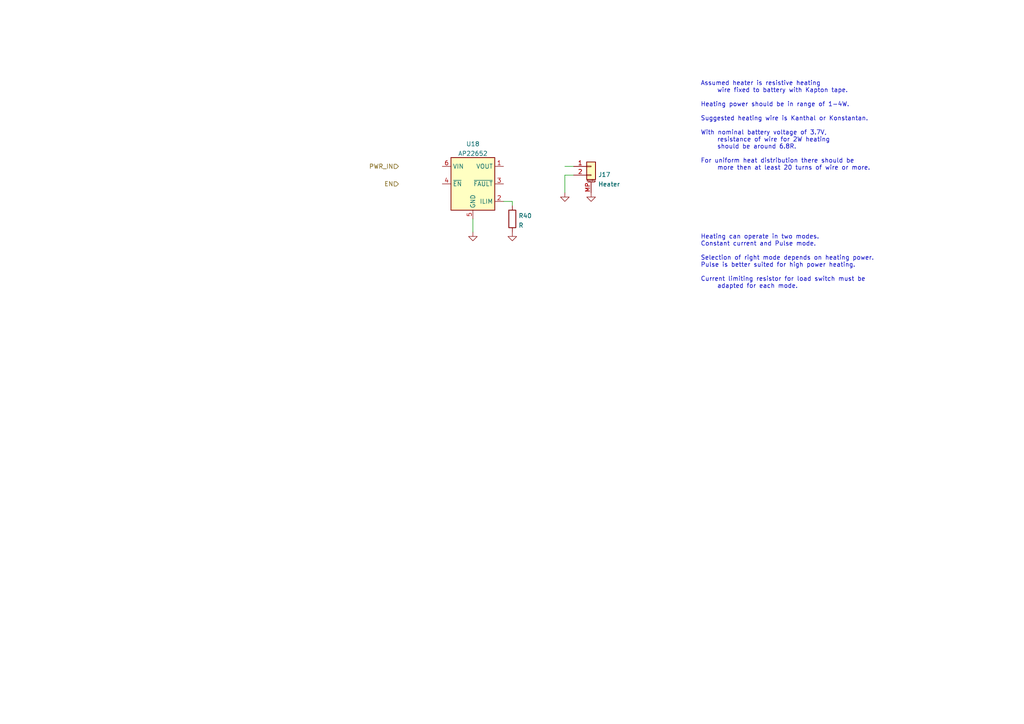
<source format=kicad_sch>
(kicad_sch (version 20210621) (generator eeschema)
  (paper "A4")
  (title_block (title "BUTCube - EPS") (date "2021-06-01") (rev "v1.0") (company "VUT - FIT(STRaDe) & FME(IAE & IPE)") (comment 1 "Author: Petr Malaník"))
  (lib_symbols
    (symbol "Connector_Generic_MountingPin:Conn_01x02_MountingPin" (pin_names (offset 1.016) hide)
      (property "Reference" "J" (at 0 2.54 0))
      (property "Value" "Conn_01x02_MountingPin" (at 1.27 -5.08 0))
      (symbol "Conn_01x02_MountingPin_1_1"
        (text "Mounting" (at 0 -4.191 0) (effects (font (size 0.381 0.381))))
        (rectangle (start -1.27 -2.413) (end 0 -2.667) (stroke (width 0.1524)))
        (rectangle (start -1.27 0.127) (end 0 -0.127) (stroke (width 0.1524)))
        (rectangle (start -1.27 1.27) (end 1.27 -3.81) (stroke (width 0.254)) (fill (type background)))
        (polyline (pts (xy -1.016 -4.572) (xy 1.016 -4.572)) (stroke (width 0.1524)))
        (pin passive line (at -5.08 0 0) (length 3.81) (name "Pin_1") (number "1"))
        (pin passive line (at -5.08 -2.54 0) (length 3.81) (name "Pin_2") (number "2"))
        (pin passive line (at 0 -7.62 90) (length 3.048) (name "MountPin") (number "MP"))
      )
    )
    (symbol "Device:R" (pin_numbers hide) (pin_names (offset 0))
      (property "Reference" "R" (at 2.032 0 90))
      (property "Value" "R" (at 0 0 90))
      (symbol "R_0_1"
        (rectangle (start -1.016 -2.54) (end 1.016 2.54) (stroke (width 0.254)))
      )
      (symbol "R_1_1"
        (pin passive line (at 0 3.81 270) (length 1.27) (name "~") (number "1"))
        (pin passive line (at 0 -3.81 90) (length 1.27) (name "~") (number "2"))
      )
    )
    (symbol "TCY_power_management:AP22652"
      (property "Reference" "U" (at 8.89 7.62 0))
      (property "Value" "AP22652" (at 0 7.62 0))
      (symbol "AP22652_0_1"
        (rectangle (start -6.35 5.08) (end 6.35 -10.16) (stroke (width 0.254)) (fill (type background)))
      )
      (symbol "AP22652_1_1"
        (pin power_out line (at 8.89 2.54 180) (length 2.54) (name "VOUT") (number "1"))
        (pin passive line (at 8.89 -7.62 180) (length 2.54) (name "ILIM") (number "2"))
        (pin output line (at 8.89 -2.54 180) (length 2.54) (name "~{FAULT}") (number "3"))
        (pin input line (at -8.89 -2.54 0) (length 2.54) (name "~{EN}") (number "4"))
        (pin passive line (at 0 -12.7 90) (length 2.54) (name "GND") (number "5"))
        (pin power_in line (at -8.89 2.54 0) (length 2.54) (name "VIN") (number "6"))
        (pin passive line (at 0 -12.7 90) (length 2.54) hide (name "E_PAD") (number "7"))
      )
    )
    (symbol "power:GND" (power) (pin_names (offset 0))
      (property "Value" "GND" (at 0 -3.81 0))
      (symbol "GND_0_1"
        (polyline (pts (xy 0 0) (xy 0 -1.27) (xy 1.27 -1.27) (xy 0 -2.54) (xy -1.27 -1.27) (xy 0 -1.27)))
      )
      (symbol "GND_1_1"
        (pin power_in line (at 0 0 270) (length 0) hide (name "GND") (number "1"))
      )
    )
  )
  (wire (pts (xy 137.16 63.5) (xy 137.16 67.31)))
  (wire (pts (xy 146.05 58.42) (xy 148.59 58.42)))
  (wire (pts (xy 148.59 58.42) (xy 148.59 59.69)))
  (wire (pts (xy 163.83 48.26) (xy 166.37 48.26)))
  (wire (pts (xy 163.83 50.8) (xy 163.83 55.88)))
  (wire (pts (xy 166.37 50.8) (xy 163.83 50.8)))
  (text "Assumed heater is resistive heating\n	wire fixed to battery with Kapton tape.\n\nHeating power should be in range of 1-4W.\n\nSuggested heating wire is Kanthal or Konstantan.\n\nWith nominal battery voltage of 3.7V,\n	resistance of wire for 2W heating\n	should be around 6.8R.\n\nFor uniform heat distribution there should be\n	more then at least 20 turns of wire or more." (at 203.2 49.53 0) (effects (font (size 1.27 1.27)) (justify left bottom)))
  (text "Heating can operate in two modes.\nConstant current and Pulse mode.\n\nSelection of right mode depends on heating power.\nPulse is better suited for high power heating.\n\nCurrent limiting resistor for load switch must be\n	adapted for each mode." (at 203.2 83.82 0) (effects (font (size 1.27 1.27)) (justify left bottom)))
  (hierarchical_label "PWR_IN" (shape input) (at 115.57 48.26 180))
  (hierarchical_label "EN" (shape input) (at 115.57 53.34 180))
  (symbol (lib_id "power:GND") (at 137.16 67.31 0)
    (property "Reference" "#PWR0111" (effects hide))
    (property "Value" "GND" (effects hide))
  )
  (symbol (lib_id "power:GND") (at 148.59 67.31 0)
    (property "Reference" "#PWR0112" (effects hide))
    (property "Value" "GND" (effects hide))
  )
  (symbol (lib_id "power:GND") (at 163.83 55.88 0)
    (property "Reference" "#PWR0113" (effects hide))
    (property "Value" "GND" (effects hide))
  )
  (symbol (lib_id "power:GND") (at 171.45 55.88 0)
    (property "Reference" "#PWR0114" (effects hide))
    (property "Value" "GND" (effects hide))
  )
  (symbol (lib_id "Device:R") (at 148.59 63.5 0)
    (property "Reference" "R40" (at 150.3681 62.5915 0) (effects (justify left)))
    (property "Value" "R" (at 150.3681 65.3666 0) (effects (justify left)))
  )
  (symbol (lib_id "Connector_Generic_MountingPin:Conn_01x02_MountingPin") (at 171.45 48.26 0)
    (property "Reference" "J17" (at 173.4821 50.6535 0) (effects (justify left)))
    (property "Value" "Heater" (at 173.4821 53.4286 0) (effects (justify left)))
  )
  (symbol (lib_id "TCY_power_management:AP22652") (at 137.16 50.8 0)
    (property "Reference" "U18" (at 137.16 41.7534 0))
    (property "Value" "AP22652" (at 137.16 44.5285 0))
    (property "Footprint" "Package_DFN_QFN:DFN-6-1EP_2x2mm_P0.65mm_EP1x1.6mm" (effects hide))
    (property "Datasheet" "https://www.diodes.com/assets/Datasheets/AP22652_53_52A_53A.pdf" (effects hide))
  )
)
</source>
